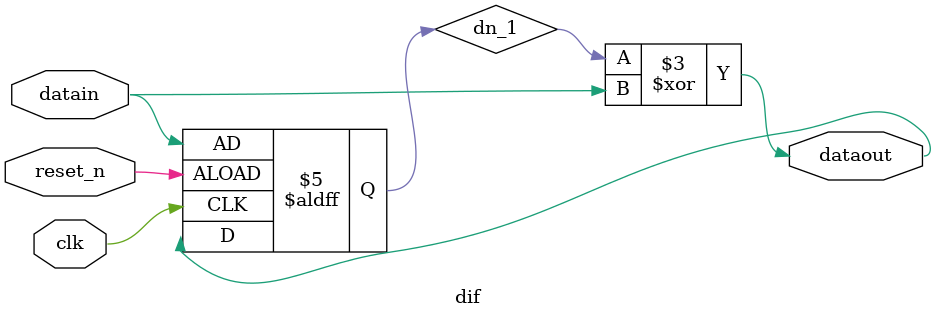
<source format=v>
module dif(
clk,
reset_n,
datain,
dataout
);

input clk;
input reset_n;
input datain;
output dataout;

reg dn_1 = 1'b0;

always @(posedge clk or negedge reset_n) begin
    if (!reset_n) begin
        dn_1 <= datain;
    end
    else begin
        dn_1 <= dataout;
    end
end

assign dataout =  dn_1 ^ datain;

endmodule 

</source>
